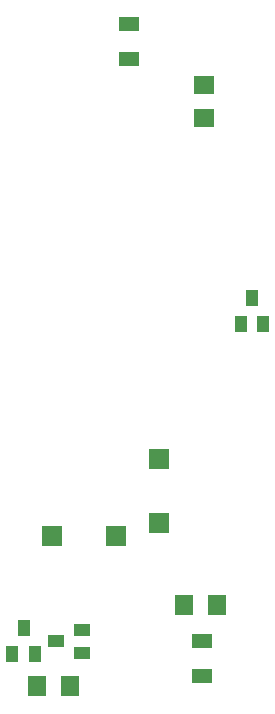
<source format=gbr>
G04 EAGLE Gerber RS-274X export*
G75*
%MOMM*%
%FSLAX34Y34*%
%LPD*%
%INSolderpaste Bottom*%
%IPPOS*%
%AMOC8*
5,1,8,0,0,1.08239X$1,22.5*%
G01*
%ADD10R,1.815300X1.164600*%
%ADD11R,1.798100X1.725300*%
%ADD12R,1.725300X1.798100*%
%ADD13R,1.400000X1.000000*%
%ADD14R,1.000000X1.400000*%
%ADD15R,1.803000X1.600000*%
%ADD16R,1.600000X1.803000*%


D10*
X114300Y677054D03*
X114300Y647546D03*
X176200Y124746D03*
X176200Y154254D03*
D11*
X103248Y243200D03*
X49152Y243200D03*
D12*
X139700Y254252D03*
X139700Y308348D03*
D13*
X52500Y154300D03*
X74500Y144800D03*
X74500Y163800D03*
D14*
X25400Y165300D03*
X15900Y143300D03*
X34900Y143300D03*
X218600Y444700D03*
X209100Y422700D03*
X228100Y422700D03*
D15*
X177800Y625720D03*
X177800Y597280D03*
D16*
X65020Y116200D03*
X36580Y116200D03*
X189220Y185000D03*
X160780Y185000D03*
M02*

</source>
